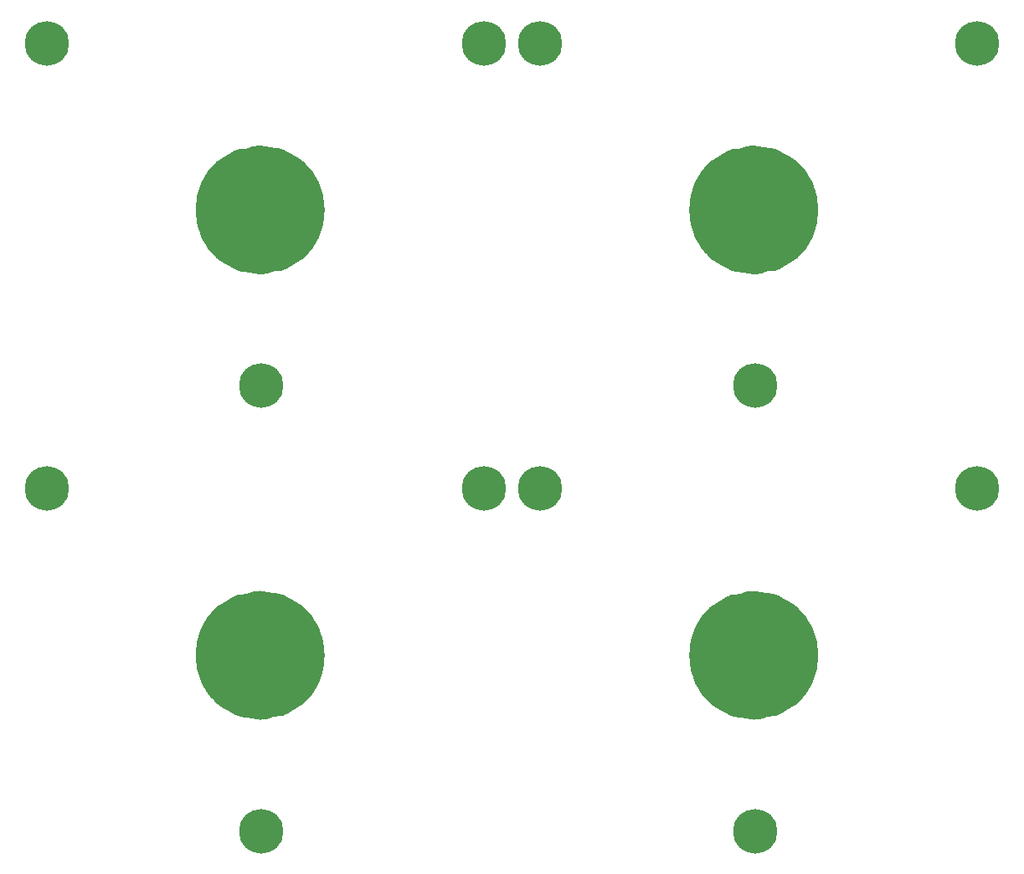
<source format=gts>
%TF.GenerationSoftware,KiCad,Pcbnew,6.0.2+dfsg-1*%
%TF.CreationDate,2023-02-14T19:21:34+09:00*%
%TF.ProjectId,pcb-panel,7063622d-7061-46e6-956c-2e6b69636164,rev?*%
%TF.SameCoordinates,Original*%
%TF.FileFunction,Soldermask,Top*%
%TF.FilePolarity,Negative*%
%FSLAX46Y46*%
G04 Gerber Fmt 4.6, Leading zero omitted, Abs format (unit mm)*
G04 Created by KiCad (PCBNEW 6.0.2+dfsg-1) date 2023-02-14 19:21:34*
%MOMM*%
%LPD*%
G01*
G04 APERTURE LIST*
%ADD10C,6.531978*%
%ADD11C,0.802000*%
%ADD12C,4.502000*%
G04 APERTURE END LIST*
D10*
X140044989Y-120015000D02*
G75*
G03*
X140044989Y-120015000I-3265989J0D01*
G01*
X90133989Y-120015000D02*
G75*
G03*
X90133989Y-120015000I-3265989J0D01*
G01*
X140044989Y-74930000D02*
G75*
G03*
X140044989Y-74930000I-3265989J0D01*
G01*
X90133989Y-74930000D02*
G75*
G03*
X90133989Y-74930000I-3265989J0D01*
G01*
X140044989Y-120015000D02*
G75*
G03*
X140044989Y-120015000I-3265989J0D01*
G01*
X90133989Y-120015000D02*
G75*
G03*
X90133989Y-120015000I-3265989J0D01*
G01*
X140044989Y-74930000D02*
G75*
G03*
X140044989Y-74930000I-3265989J0D01*
G01*
X90133989Y-74930000D02*
G75*
G03*
X90133989Y-74930000I-3265989J0D01*
G01*
D11*
X158218274Y-104290726D03*
X161035000Y-103124000D03*
X159385000Y-101474000D03*
X157735000Y-103124000D03*
X160551726Y-104290726D03*
X160551726Y-101957274D03*
X158218274Y-101957274D03*
D12*
X159385000Y-103124000D03*
D11*
X159385000Y-104774000D03*
X114022274Y-104290726D03*
X116839000Y-103124000D03*
X114022274Y-101957274D03*
X113539000Y-103124000D03*
X116355726Y-101957274D03*
D12*
X115189000Y-103124000D03*
D11*
X115189000Y-104774000D03*
X115189000Y-101474000D03*
X116355726Y-104290726D03*
D12*
X136906000Y-137795000D03*
D11*
X138556000Y-137795000D03*
X138072726Y-138961726D03*
X138072726Y-136628274D03*
X135739274Y-138961726D03*
X135256000Y-137795000D03*
X136906000Y-136145000D03*
X135739274Y-136628274D03*
X136906000Y-139445000D03*
X64111274Y-104290726D03*
X66928000Y-103124000D03*
X64111274Y-101957274D03*
X63628000Y-103124000D03*
X66444726Y-101957274D03*
D12*
X65278000Y-103124000D03*
D11*
X65278000Y-104774000D03*
X65278000Y-101474000D03*
X66444726Y-104290726D03*
D12*
X86995000Y-137795000D03*
D11*
X88645000Y-137795000D03*
X88161726Y-138961726D03*
X88161726Y-136628274D03*
X85828274Y-138961726D03*
X85345000Y-137795000D03*
X86995000Y-136145000D03*
X85828274Y-136628274D03*
X86995000Y-139445000D03*
X108307274Y-104290726D03*
X111124000Y-103124000D03*
X109474000Y-101474000D03*
X107824000Y-103124000D03*
X110640726Y-104290726D03*
X110640726Y-101957274D03*
X108307274Y-101957274D03*
D12*
X109474000Y-103124000D03*
D11*
X109474000Y-104774000D03*
X158218274Y-59205726D03*
X161035000Y-58039000D03*
X159385000Y-56389000D03*
X157735000Y-58039000D03*
X160551726Y-59205726D03*
X160551726Y-56872274D03*
X158218274Y-56872274D03*
D12*
X159385000Y-58039000D03*
D11*
X159385000Y-59689000D03*
D12*
X136906000Y-92710000D03*
D11*
X138556000Y-92710000D03*
X138072726Y-93876726D03*
X138072726Y-91543274D03*
X135739274Y-93876726D03*
X135256000Y-92710000D03*
X136906000Y-91060000D03*
X135739274Y-91543274D03*
X136906000Y-94360000D03*
X114022274Y-59205726D03*
X116839000Y-58039000D03*
X114022274Y-56872274D03*
X113539000Y-58039000D03*
X116355726Y-56872274D03*
D12*
X115189000Y-58039000D03*
D11*
X115189000Y-59689000D03*
X115189000Y-56389000D03*
X116355726Y-59205726D03*
X64111274Y-59205726D03*
X66928000Y-58039000D03*
X64111274Y-56872274D03*
X63628000Y-58039000D03*
X66444726Y-56872274D03*
D12*
X65278000Y-58039000D03*
D11*
X65278000Y-59689000D03*
X65278000Y-56389000D03*
X66444726Y-59205726D03*
D12*
X86995000Y-92710000D03*
D11*
X88645000Y-92710000D03*
X88161726Y-93876726D03*
X88161726Y-91543274D03*
X85828274Y-93876726D03*
X85345000Y-92710000D03*
X86995000Y-91060000D03*
X85828274Y-91543274D03*
X86995000Y-94360000D03*
X108307274Y-59205726D03*
X111124000Y-58039000D03*
X109474000Y-56389000D03*
X107824000Y-58039000D03*
X110640726Y-59205726D03*
X110640726Y-56872274D03*
X108307274Y-56872274D03*
D12*
X109474000Y-58039000D03*
D11*
X109474000Y-59689000D03*
M02*

</source>
